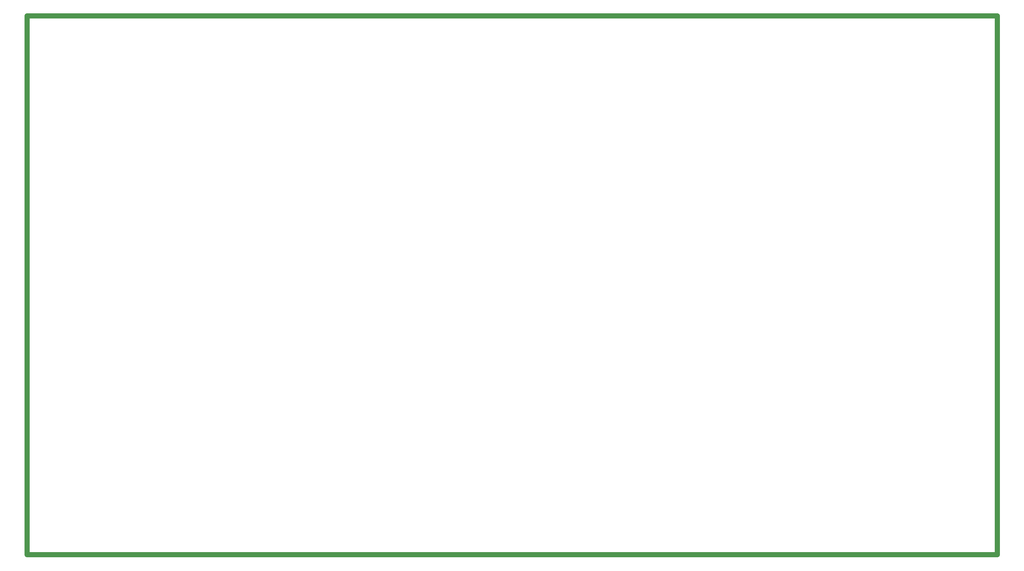
<source format=gbr>
%TF.GenerationSoftware,KiCad,Pcbnew,(5.1.9-0-10_14)*%
%TF.CreationDate,2021-02-14T15:54:45+00:00*%
%TF.ProjectId,base8x,62617365-3878-42e6-9b69-6361645f7063,rev?*%
%TF.SameCoordinates,Original*%
%TF.FileFunction,Profile,NP*%
%FSLAX46Y46*%
G04 Gerber Fmt 4.6, Leading zero omitted, Abs format (unit mm)*
G04 Created by KiCad (PCBNEW (5.1.9-0-10_14)) date 2021-02-14 15:54:45*
%MOMM*%
%LPD*%
G01*
G04 APERTURE LIST*
%TA.AperFunction,Profile*%
%ADD10C,1.000000*%
%TD*%
G04 APERTURE END LIST*
D10*
X-165354000Y-112776000D02*
X-165354000Y-6604000D01*
X-356362000Y-112776000D02*
X-356362000Y-6604000D01*
X-356362000Y-112776000D02*
X-165354000Y-112776000D01*
X-356362000Y-6604000D02*
X-165354000Y-6604000D01*
M02*

</source>
